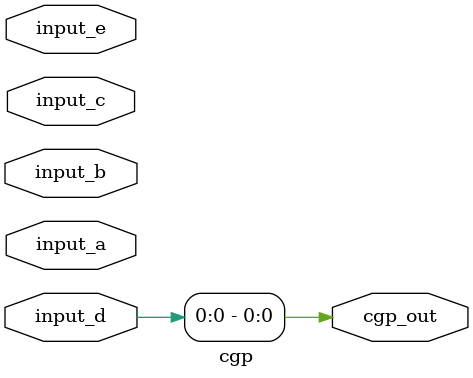
<source format=v>
module cgp(input [1:0] input_a, input [1:0] input_b, input [1:0] input_c, input [1:0] input_d, input [1:0] input_e, output [0:0] cgp_out);
  wire cgp_core_012;
  wire cgp_core_014;
  wire cgp_core_015;
  wire cgp_core_016;
  wire cgp_core_019;
  wire cgp_core_020;
  wire cgp_core_021;
  wire cgp_core_023;
  wire cgp_core_024;
  wire cgp_core_029;
  wire cgp_core_031;
  wire cgp_core_033_not;
  wire cgp_core_036;
  wire cgp_core_038_not;
  wire cgp_core_039;
  wire cgp_core_043;
  wire cgp_core_046;
  wire cgp_core_048;
  wire cgp_core_052;
  wire cgp_core_053;
  wire cgp_core_054;

  assign cgp_core_012 = input_d[1] ^ input_c[0];
  assign cgp_core_014 = input_b[0] | input_d[1];
  assign cgp_core_015 = input_a[0] & input_e[0];
  assign cgp_core_016 = ~(input_d[1] & input_b[0]);
  assign cgp_core_019 = input_c[0] ^ input_e[0];
  assign cgp_core_020 = input_c[0] | input_b[0];
  assign cgp_core_021 = input_c[1] ^ input_e[0];
  assign cgp_core_023 = ~(input_d[1] ^ input_e[0]);
  assign cgp_core_024 = cgp_core_021 & input_b[0];
  assign cgp_core_029 = input_a[1] & cgp_core_023;
  assign cgp_core_031 = ~input_e[0];
  assign cgp_core_033_not = ~input_a[1];
  assign cgp_core_036 = ~input_c[1];
  assign cgp_core_038_not = ~input_a[1];
  assign cgp_core_039 = cgp_core_038_not & input_d[0];
  assign cgp_core_043 = input_d[0] | input_a[0];
  assign cgp_core_046 = ~(cgp_core_016 ^ input_c[0]);
  assign cgp_core_048 = ~(input_c[0] | input_d[1]);
  assign cgp_core_052 = cgp_core_048 | input_b[1];
  assign cgp_core_053 = ~(cgp_core_039 ^ input_b[0]);
  assign cgp_core_054 = ~(input_a[0] ^ input_d[0]);

  assign cgp_out[0] = input_d[0];
endmodule
</source>
